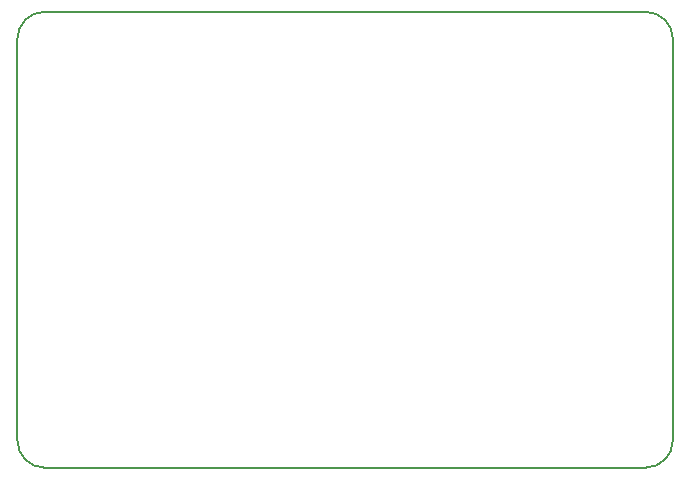
<source format=gm1>
G04 #@! TF.GenerationSoftware,KiCad,Pcbnew,(5.1.6)-1*
G04 #@! TF.CreationDate,2021-06-26T13:41:07+03:00*
G04 #@! TF.ProjectId,a600_rgb2hdmi,61363030-5f72-4676-9232-68646d692e6b,rev?*
G04 #@! TF.SameCoordinates,Original*
G04 #@! TF.FileFunction,Profile,NP*
%FSLAX46Y46*%
G04 Gerber Fmt 4.6, Leading zero omitted, Abs format (unit mm)*
G04 Created by KiCad (PCBNEW (5.1.6)-1) date 2021-06-26 13:41:07*
%MOMM*%
%LPD*%
G01*
G04 APERTURE LIST*
G04 #@! TA.AperFunction,Profile*
%ADD10C,0.150000*%
G04 #@! TD*
G04 APERTURE END LIST*
D10*
X116600000Y-71400000D02*
X167500000Y-71400000D01*
X167500000Y-32800000D02*
X116600000Y-32800000D01*
X114300000Y-69100000D02*
X114300000Y-35100000D01*
X116600000Y-71400000D02*
G75*
G02*
X114300000Y-69100000I0J2300000D01*
G01*
X114300000Y-35100000D02*
G75*
G02*
X116600000Y-32800000I2300000J0D01*
G01*
X169800000Y-35100000D02*
X169800000Y-69100000D01*
X169800000Y-69100000D02*
G75*
G02*
X167500000Y-71400000I-2300000J0D01*
G01*
X167500000Y-32800000D02*
G75*
G02*
X169800000Y-35100000I0J-2300000D01*
G01*
M02*

</source>
